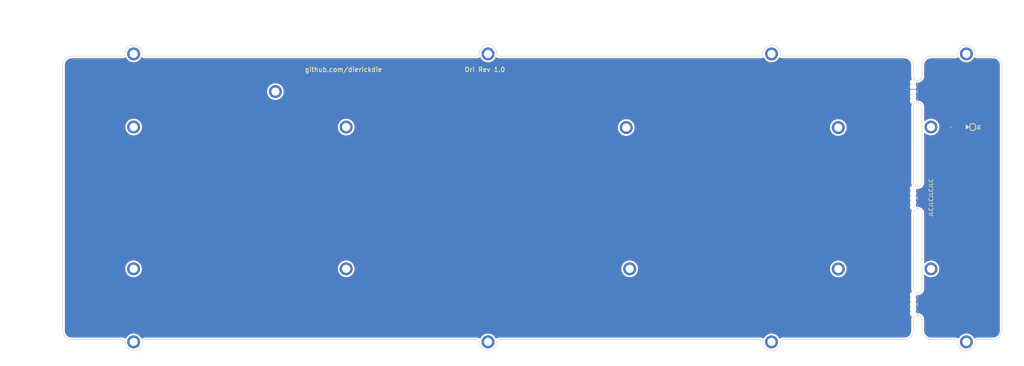
<source format=kicad_pcb>
(kicad_pcb (version 20171130) (host pcbnew "(5.1.10-1-10_14)")
  (layers (0 F.Cu signal) (31 B.Cu signal) (34 B.Paste user) (35 F.Paste user) (36 B.SilkS user) (37 F.SilkS user) (38 B.Mask user) (39 F.Mask user) (44 Edge.Cuts user))
  (net 0 "")
  (net 1 GND)
  (net 2 "Net-(D1-Pad1)")
  (module random-keyboard-parts:Generic-Mounthole (layer F.Cu) (at 389.361002 117.264265)
    (fp_text reference H22)
    (fp_text value MountingHole)
    (pad 1 thru_hole circle (at 0 0) (size 3.5 3.5) (drill 2.2) (layers *.Cu *.Mask))
  )
  (module random-keyboard-parts:Generic-Mounthole (layer F.Cu) (at 389.361002 39.873575)
    (fp_text reference H21)
    (fp_text value MountingHole)
    (pad 1 thru_hole circle (at 0 0) (size 3.5 3.5) (drill 2.2) (layers *.Cu *.Mask))
  )
  (module random-keyboard-parts:Generic-Mounthole (layer F.Cu) (at 336.973458 117.264265)
    (fp_text reference H6)
    (fp_text value MountingHole)
    (pad 1 thru_hole circle (at 0 0) (size 3.5 3.5) (drill 2.2) (layers *.Cu *.Mask))
  )
  (module random-keyboard-parts:Generic-Mounthole (layer F.Cu) (at 336.973458 39.873575)
    (fp_text reference H5)
    (fp_text value MountingHole)
    (pad 1 thru_hole circle (at 0 0) (size 3.5 3.5) (drill 2.2) (layers *.Cu *.Mask))
  )
  (module random-keyboard-parts:Generic-Mounthole (layer F.Cu) (at 260.773394 117.264265)
    (fp_text reference H4)
    (fp_text value MountingHole)
    (pad 1 thru_hole circle (at 0 0) (size 3.5 3.5) (drill 2.2) (layers *.Cu *.Mask))
  )
  (module random-keyboard-parts:Generic-Mounthole (layer F.Cu) (at 260.773394 39.873575)
    (fp_text reference H3)
    (fp_text value MountingHole)
    (pad 1 thru_hole circle (at 0 0) (size 3.5 3.5) (drill 2.2) (layers *.Cu *.Mask))
  )
  (module random-keyboard-parts:Generic-Mounthole (layer F.Cu) (at 165.523314 117.264265)
    (fp_text reference H2)
    (fp_text value MountingHole)
    (pad 1 thru_hole circle (at 0 0) (size 3.5 3.5) (drill 2.2) (layers *.Cu *.Mask))
  )
  (module random-keyboard-parts:Generic-Mounthole (layer F.Cu) (at 165.523314 39.873575)
    (fp_text reference H1)
    (fp_text value MountingHole)
    (pad 1 thru_hole circle (at 0 0) (size 3.5 3.5) (drill 2.2) (layers *.Cu *.Mask))
  )
  (module Keeb_footprints:D_SOD-123_modified (layer F.Cu) (at 389.36137 59.51884 180)
    (fp_text reference D1 (at -3.302 0 90) (layer F.SilkS) (effects (font (size 0.8 0.7))))
    (fp_text value DIODE)
    (fp_poly (pts (xy -0.6858 0) (xy 0.1142 -0.6) (xy 0.1142 0.6)) (layer F.SilkS) (width 0.1))
    (fp_line (start -1.400038 0.9) (end -1.9 0.9) (layer F.SilkS) (width 0.2))
    (fp_line (start -2.4 -0.4) (end -2.4 0.4) (layer F.SilkS) (width 0.2))
    (fp_line (start -1.899962 -0.9) (end -1.4 -0.9) (layer F.SilkS) (width 0.2))
    (fp_line (start -0.9 -0.4) (end -0.9 0.4) (layer F.SilkS) (width 0.2))
    (fp_arc (start -1.4 0.4) (end -1.4 0.9) (angle -90) (layer F.SilkS) (width 0.2))
    (fp_arc (start -1.9 0.4) (end -2.4 0.4) (angle -90) (layer F.SilkS) (width 0.2))
    (fp_arc (start -1.9 -0.4) (end -1.9 -0.9) (angle -90) (layer F.SilkS) (width 0.2))
    (fp_arc (start -1.4 -0.4) (end -0.9 -0.4) (angle -90) (layer F.SilkS) (width 0.2))
    (pad 2 smd roundrect (at 1.65 0 180) (size 1 1.2) (layers F.Cu F.Paste F.Mask) (net 1 GND))
    (pad 1 smd roundrect (at -1.65 0 180) (size 1 1.2) (layers F.Cu F.Paste F.Mask) (net 2 "Net-(D1-Pad1)"))
  )
  (module Keeb_footprints:MX100_outline (layer F.Cu) (at 389.36137 69.04388)
    (fp_text reference U53)
    (fp_text value HOLE)
  )
  (module Keeb_footprints:MX100_outline (layer F.Cu) (at 389.33601 107.1567)
    (fp_text reference U61)
    (fp_text value HOLE)
  )
  (module Keeb_footprints:MX100_outline (layer F.Cu) (at 389.33601 50.00646)
    (fp_text reference U49)
    (fp_text value HOLE)
  )
  (module random-keyboard-parts:Generic-Mounthole (layer F.Cu) (at 379.83633 97.659743)
    (fp_text reference H7)
    (fp_text value MountingHole)
    (pad 1 thru_hole circle (at 0 0) (size 3.5 3.5) (drill 2.2) (layers *.Cu *.Mask))
  )
  (module random-keyboard-parts:Generic-Mounthole (layer F.Cu) (at 379.83633 59.51884)
    (fp_text reference H16)
    (fp_text value MountingHole)
    (pad 1 thru_hole circle (at 0 0) (size 3.5 3.5) (drill 2.2) (layers *.Cu *.Mask))
  )
  (module Keeb_footprints:MX100_outline (layer F.Cu) (at 389.361002 88.10662)
    (fp_text reference U57)
    (fp_text value HOLE)
  )
  (module acheron_Hardware:MouseBite_IPC7351 (layer F.Cu) (at 375.04845 49.9938 90)
    (fp_text reference H18)
    (fp_text value MountingHole)
    (pad "" np_thru_hole circle (at -2.5 0 90) (size 0.8 0.8) (drill 0.8) (layers *.Cu *.Mask))
    (pad "" np_thru_hole circle (at -1.25 0 90) (size 0.8 0.8) (drill 0.8) (layers *.Cu *.Mask))
    (pad "" np_thru_hole circle (at 2.5 0 90) (size 0.8 0.8) (drill 0.8) (layers *.Cu *.Mask))
    (pad "" np_thru_hole circle (at 1.25 0 90) (size 0.8 0.8) (drill 0.8) (layers *.Cu *.Mask))
    (pad "" np_thru_hole circle (at 0 0 90) (size 0.8 0.8) (drill 0.8) (layers *.Cu *.Mask))
  )
  (module acheron_Hardware:MouseBite_IPC7351 (layer F.Cu) (at 375.04845 107.1567 90)
    (fp_text reference H19)
    (fp_text value MountingHole)
    (pad "" np_thru_hole circle (at -2.5 0 90) (size 0.8 0.8) (drill 0.8) (layers *.Cu *.Mask))
    (pad "" np_thru_hole circle (at -1.25 0 90) (size 0.8 0.8) (drill 0.8) (layers *.Cu *.Mask))
    (pad "" np_thru_hole circle (at 2.5 0 90) (size 0.8 0.8) (drill 0.8) (layers *.Cu *.Mask))
    (pad "" np_thru_hole circle (at 1.25 0 90) (size 0.8 0.8) (drill 0.8) (layers *.Cu *.Mask))
    (pad "" np_thru_hole circle (at 0 0 90) (size 0.8 0.8) (drill 0.8) (layers *.Cu *.Mask))
  )
  (module acheron_Hardware:MouseBite_IPC7351 (layer F.Cu) (at 375.04845 78.58158 90)
    (fp_text reference H20)
    (fp_text value MountingHole)
    (pad "" np_thru_hole circle (at -2.5 0 90) (size 0.8 0.8) (drill 0.8) (layers *.Cu *.Mask))
    (pad "" np_thru_hole circle (at -1.25 0 90) (size 0.8 0.8) (drill 0.8) (layers *.Cu *.Mask))
    (pad "" np_thru_hole circle (at 2.5 0 90) (size 0.8 0.8) (drill 0.8) (layers *.Cu *.Mask))
    (pad "" np_thru_hole circle (at 1.25 0 90) (size 0.8 0.8) (drill 0.8) (layers *.Cu *.Mask))
    (pad "" np_thru_hole circle (at 0 0 90) (size 0.8 0.8) (drill 0.8) (layers *.Cu *.Mask))
  )
  (module random-keyboard-parts:Generic-Mounthole (layer F.Cu) (at 203.62309 49.9938)
    (fp_text reference H17)
    (fp_text value MountingHole)
    (pad 1 thru_hole circle (at 0 0) (size 3.5 3.5) (drill 2.2) (layers *.Cu *.Mask))
  )
  (module random-keyboard-parts:Generic-Mounthole (layer F.Cu) (at 354.92 97.66)
    (fp_text reference H15)
    (fp_text value MountingHole)
    (pad 1 thru_hole circle (at 0 0) (size 3.5 3.5) (drill 2.2) (layers *.Cu *.Mask))
  )
  (module random-keyboard-parts:Generic-Mounthole (layer F.Cu) (at 354.92 59.66)
    (fp_text reference H14)
    (fp_text value MountingHole)
    (pad 1 thru_hole circle (at 0 0) (size 3.5 3.5) (drill 2.2) (layers *.Cu *.Mask))
  )
  (module random-keyboard-parts:Generic-Mounthole (layer F.Cu) (at 298.84813 97.63166)
    (fp_text reference H13)
    (fp_text value MountingHole)
    (pad 1 thru_hole circle (at 0 0) (size 3.5 3.5) (drill 2.2) (layers *.Cu *.Mask))
  )
  (module random-keyboard-parts:Generic-Mounthole (layer F.Cu) (at 297.92 59.66)
    (fp_text reference H12)
    (fp_text value MountingHole)
    (pad 1 thru_hole circle (at 0 0) (size 3.5 3.5) (drill 2.2) (layers *.Cu *.Mask))
  )
  (module random-keyboard-parts:Generic-Mounthole (layer F.Cu) (at 222.64781 97.63166)
    (fp_text reference H11)
    (fp_text value MountingHole)
    (pad 1 thru_hole circle (at 0 0) (size 3.5 3.5) (drill 2.2) (layers *.Cu *.Mask))
  )
  (module random-keyboard-parts:Generic-Mounthole (layer F.Cu) (at 222.64781 59.5315)
    (fp_text reference H10)
    (fp_text value MountingHole)
    (pad 1 thru_hole circle (at 0 0) (size 3.5 3.5) (drill 2.2) (layers *.Cu *.Mask))
  )
  (module random-keyboard-parts:Generic-Mounthole (layer F.Cu) (at 165.523314 59.518904)
    (fp_text reference H9)
    (fp_text value MountingHole)
    (pad 1 thru_hole circle (at 0 0) (size 3.5 3.5) (drill 2.2) (layers *.Cu *.Mask))
  )
  (module random-keyboard-parts:Generic-Mounthole (layer F.Cu) (at 165.49757 97.63166)
    (fp_text reference H8)
    (fp_text value MountingHole)
    (pad 1 thru_hole circle (at 0 0) (size 3.5 3.5) (drill 2.2) (layers *.Cu *.Mask))
  )
  (module Keeb_footprints:MX100_outline (layer F.Cu) (at 365.52341 107.1567)
    (fp_text reference U48)
    (fp_text value HOLE)
  )
  (module Keeb_footprints:MX100_outline (layer F.Cu) (at 346.47333 107.16)
    (fp_text reference U47)
    (fp_text value HOLE)
  )
  (module Keeb_footprints:MX100_outline (layer F.Cu) (at 327.42325 107.1567)
    (fp_text reference U46)
    (fp_text value HOLE)
  )
  (module Keeb_footprints:MX100_outline (layer F.Cu) (at 308.37317 107.1567)
    (fp_text reference U45)
    (fp_text value HOLE)
  )
  (module Keeb_footprints:MX100_outline (layer F.Cu) (at 289.32309 107.1567)
    (fp_text reference U44)
    (fp_text value HOLE)
  )
  (module Keeb_footprints:MX100_outline (layer F.Cu) (at 270.27301 107.1567)
    (fp_text reference U43)
    (fp_text value HOLE)
  )
  (module Keeb_footprints:MX100_outline (layer F.Cu) (at 251.22293 107.1567)
    (fp_text reference U42)
    (fp_text value HOLE)
  )
  (module Keeb_footprints:MX100_outline (layer F.Cu) (at 251.22293 88.10662)
    (fp_text reference U30)
    (fp_text value HOLE)
  )
  (module Keeb_footprints:MX100_outline (layer F.Cu) (at 232.17285 88.10662)
    (fp_text reference U29)
    (fp_text value HOLE)
  )
  (module Keeb_footprints:MX100_outline (layer F.Cu) (at 213.12277 88.10662)
    (fp_text reference U28)
    (fp_text value HOLE)
  )
  (module Keeb_footprints:MX100_outline (layer F.Cu) (at 194.07269 88.10662)
    (fp_text reference U27)
    (fp_text value HOLE)
  )
  (module Keeb_footprints:MX100_outline (layer F.Cu) (at 175.02261 88.10662)
    (fp_text reference U26)
    (fp_text value HOLE)
  )
  (module Keeb_footprints:MX100_outline (layer F.Cu) (at 155.97253 88.10662)
    (fp_text reference U25)
    (fp_text value HOLE)
  )
  (module Keeb_footprints:MX100_outline (layer F.Cu) (at 365.52341 69.05654)
    (fp_text reference U24)
    (fp_text value HOLE)
  )
  (module Keeb_footprints:MX100_outline (layer F.Cu) (at 232.17285 107.1567)
    (fp_text reference U41)
    (fp_text value HOLE)
  )
  (module Keeb_footprints:MX100_outline (layer F.Cu) (at 213.12277 107.1567)
    (fp_text reference U40)
    (fp_text value HOLE)
  )
  (module Keeb_footprints:MX100_outline (layer F.Cu) (at 194.07269 107.1567)
    (fp_text reference U39)
    (fp_text value HOLE)
  )
  (module Keeb_footprints:MX100_outline (layer F.Cu) (at 175.02261 107.1567)
    (fp_text reference U38)
    (fp_text value HOLE)
  )
  (module Keeb_footprints:MX100_outline (layer F.Cu) (at 155.97253 107.1567)
    (fp_text reference U37)
    (fp_text value HOLE)
  )
  (module Keeb_footprints:MX100_outline (layer F.Cu) (at 365.52341 88.10662)
    (fp_text reference U36)
    (fp_text value HOLE)
  )
  (module Keeb_footprints:MX100_outline (layer F.Cu) (at 346.47333 88.10662)
    (fp_text reference U35)
    (fp_text value HOLE)
  )
  (module Keeb_footprints:MX100_outline (layer F.Cu) (at 327.42325 88.10662)
    (fp_text reference U34)
    (fp_text value HOLE)
  )
  (module Keeb_footprints:MX100_outline (layer F.Cu) (at 308.37317 88.10662)
    (fp_text reference U33)
    (fp_text value HOLE)
  )
  (module Keeb_footprints:MX100_outline (layer F.Cu) (at 289.32309 88.10662)
    (fp_text reference U32)
    (fp_text value HOLE)
  )
  (module Keeb_footprints:MX100_outline (layer F.Cu) (at 270.27301 88.10662)
    (fp_text reference U31)
    (fp_text value HOLE)
  )
  (module Keeb_footprints:MX100_outline (layer F.Cu) (at 346.47333 69.05654)
    (fp_text reference U23)
    (fp_text value HOLE)
  )
  (module Keeb_footprints:MX100_outline (layer F.Cu) (at 327.42325 69.05654)
    (fp_text reference U22)
    (fp_text value HOLE)
  )
  (module Keeb_footprints:MX100_outline (layer F.Cu) (at 308.37317 69.05654)
    (fp_text reference U21)
    (fp_text value HOLE)
  )
  (module Keeb_footprints:MX100_outline (layer F.Cu) (at 289.32309 69.05654)
    (fp_text reference U20)
    (fp_text value HOLE)
  )
  (module Keeb_footprints:MX100_outline (layer F.Cu) (at 270.27301 69.05654)
    (fp_text reference U19)
    (fp_text value HOLE)
  )
  (module Keeb_footprints:MX100_outline (layer F.Cu) (at 251.22293 69.05654)
    (fp_text reference U18)
    (fp_text value HOLE)
  )
  (module Keeb_footprints:MX100_outline (layer F.Cu) (at 232.17285 69.05654)
    (fp_text reference U17)
    (fp_text value HOLE)
  )
  (module Keeb_footprints:MX100_outline (layer F.Cu) (at 213.12277 69.05654)
    (fp_text reference U16)
    (fp_text value HOLE)
  )
  (module Keeb_footprints:MX100_outline (layer F.Cu) (at 194.07269 69.05654)
    (fp_text reference U15)
    (fp_text value HOLE)
  )
  (module Keeb_footprints:MX100_outline (layer F.Cu) (at 175.02261 69.05654)
    (fp_text reference U14)
    (fp_text value HOLE)
  )
  (module Keeb_footprints:MX100_outline (layer F.Cu) (at 155.97253 69.05654)
    (fp_text reference U13)
    (fp_text value HOLE)
  )
  (module Keeb_footprints:MX100_outline (layer F.Cu) (at 365.52341 50.00646)
    (fp_text reference U12)
    (fp_text value HOLE)
  )
  (module Keeb_footprints:MX100_outline (layer F.Cu) (at 346.47333 50.00646)
    (fp_text reference U11)
    (fp_text value HOLE)
  )
  (module Keeb_footprints:MX100_outline (layer F.Cu) (at 327.42325 50.00646)
    (fp_text reference U10)
    (fp_text value HOLE)
  )
  (module Keeb_footprints:MX100_outline (layer F.Cu) (at 308.37317 50.00646)
    (fp_text reference U9)
    (fp_text value HOLE)
  )
  (module Keeb_footprints:MX100_outline (layer F.Cu) (at 289.32309 50.00646)
    (fp_text reference U8)
    (fp_text value HOLE)
  )
  (module Keeb_footprints:MX100_outline (layer F.Cu) (at 270.27301 50.00646)
    (fp_text reference U7)
    (fp_text value HOLE)
  )
  (module Keeb_footprints:MX100_outline (layer F.Cu) (at 251.22293 50.00646)
    (fp_text reference U6)
    (fp_text value HOLE)
  )
  (module Keeb_footprints:MX100_outline (layer F.Cu) (at 232.17285 50.00646)
    (fp_text reference U5)
    (fp_text value HOLE)
  )
  (module Keeb_footprints:MX100_outline (layer F.Cu) (at 213.12277 50.00646)
    (fp_text reference U4)
    (fp_text value HOLE)
  )
  (module Keeb_footprints:MX100_outline (layer F.Cu) (at 194.07269 50.00646)
    (fp_text reference U3)
    (fp_text value HOLE)
  )
  (module Keeb_footprints:MX100_outline (layer F.Cu) (at 175.02261 50.00646)
    (fp_text reference U2)
    (fp_text value HOLE)
  )
  (module Keeb_footprints:MX100_outline (layer F.Cu) (at 155.97253 50.00646)
    (fp_text reference U1)
    (fp_text value HOLE)
  )
  (gr_line (start 392.337567 116.668952) (end 396.50515 116.66908) (layer Edge.Cuts) (width 0.15))
  (gr_line (start 379.83633 116.66908) (end 386.384437 116.668952) (layer Edge.Cuts) (width 0.15))
  (gr_arc (start 389.361002 117.264265) (end 386.97975 117.264265) (angle -180) (layer Edge.Cuts) (width 0.15))
  (gr_arc (start 392.337567 117.264265) (end 392.337567 116.668952) (angle -90) (layer Edge.Cuts) (width 0.15))
  (gr_arc (start 386.384437 117.264265) (end 386.97975 117.264265) (angle -90) (layer Edge.Cuts) (width 0.15))
  (gr_line (start 392.337567 40.468888) (end 396.50515 40.46876) (layer Edge.Cuts) (width 0.15))
  (gr_line (start 379.83633 40.46876) (end 386.384437 40.468888) (layer Edge.Cuts) (width 0.15))
  (gr_line (start 339.950023 40.468888) (end 372.69255 40.46876) (layer Edge.Cuts) (width 0.15))
  (gr_line (start 263.749959 40.468888) (end 333.996893 40.468888) (layer Edge.Cuts) (width 0.15))
  (gr_line (start 168.499879 40.468888) (end 257.796829 40.468888) (layer Edge.Cuts) (width 0.15))
  (gr_line (start 148.85411 40.46876) (end 162.546749 40.468888) (layer Edge.Cuts) (width 0.15))
  (gr_line (start 162.546749 116.668952) (end 148.85411 116.66908) (layer Edge.Cuts) (width 0.15))
  (gr_line (start 257.796829 116.668952) (end 168.499879 116.668952) (layer Edge.Cuts) (width 0.15))
  (gr_line (start 333.996893 116.668952) (end 263.749959 116.668952) (layer Edge.Cuts) (width 0.15))
  (gr_line (start 339.950023 116.668952) (end 372.69255 116.66908) (layer Edge.Cuts) (width 0.15))
  (gr_arc (start 336.973458 117.264265) (end 334.592206 117.264265) (angle -180) (layer Edge.Cuts) (width 0.15))
  (gr_arc (start 339.950023 117.264265) (end 339.950023 116.668952) (angle -90) (layer Edge.Cuts) (width 0.15))
  (gr_arc (start 333.996893 117.264265) (end 334.592206 117.264265) (angle -90) (layer Edge.Cuts) (width 0.15))
  (gr_arc (start 260.773394 117.264265) (end 258.392142 117.264265) (angle -180) (layer Edge.Cuts) (width 0.15))
  (gr_arc (start 263.749959 117.264265) (end 263.749959 116.668952) (angle -90) (layer Edge.Cuts) (width 0.15))
  (gr_arc (start 257.796829 117.264265) (end 258.392142 117.264265) (angle -90) (layer Edge.Cuts) (width 0.15))
  (gr_arc (start 165.523314 117.264265) (end 163.142062 117.264265) (angle -180) (layer Edge.Cuts) (width 0.15))
  (gr_arc (start 168.499879 117.264265) (end 168.499879 116.668952) (angle -90) (layer Edge.Cuts) (width 0.15))
  (gr_arc (start 162.546749 117.264265) (end 163.142062 117.264265) (angle -90) (layer Edge.Cuts) (width 0.15))
  (gr_arc (start 165.523314 39.873575) (end 167.904566 39.873575) (angle -180) (layer Edge.Cuts) (width 0.15))
  (gr_arc (start 162.546749 39.873575) (end 162.546749 40.468888) (angle -90) (layer Edge.Cuts) (width 0.15))
  (gr_arc (start 168.499879 39.873575) (end 167.904566 39.873575) (angle -90) (layer Edge.Cuts) (width 0.15))
  (gr_arc (start 260.773394 39.873575) (end 263.154646 39.873575) (angle -180) (layer Edge.Cuts) (width 0.15))
  (gr_arc (start 257.796829 39.873575) (end 257.796829 40.468888) (angle -90) (layer Edge.Cuts) (width 0.15))
  (gr_arc (start 263.749959 39.873575) (end 263.154646 39.873575) (angle -90) (layer Edge.Cuts) (width 0.15))
  (gr_arc (start 336.973458 39.873575) (end 339.35471 39.873575) (angle -180) (layer Edge.Cuts) (width 0.15))
  (gr_arc (start 333.996893 39.873575) (end 333.996893 40.468888) (angle -90) (layer Edge.Cuts) (width 0.15))
  (gr_arc (start 339.950023 39.873575) (end 339.35471 39.873575) (angle -90) (layer Edge.Cuts) (width 0.15))
  (gr_arc (start 386.384437 39.873575) (end 386.384437 40.468888) (angle -90) (layer Edge.Cuts) (width 0.15))
  (gr_arc (start 392.337567 39.873575) (end 391.742254 39.873575) (angle -90) (layer Edge.Cuts) (width 0.15))
  (gr_arc (start 389.361002 39.873575) (end 391.742254 39.873575) (angle -180) (layer Edge.Cuts) (width 0.15))
  (gr_line (start 376.26444 50.589115) (end 376.26444 49.398485) (layer B.SilkS) (width 0.15))
  (gr_line (start 376.26444 110.120615) (end 376.26444 108.929985) (layer B.SilkS) (width 0.15))
  (gr_line (start 376.26444 105.358095) (end 376.26444 104.167465) (layer B.SilkS) (width 0.15))
  (gr_line (start 376.26444 107.739355) (end 376.26444 106.548725) (layer B.SilkS) (width 0.15))
  (gr_line (start 376.26444 52.970375) (end 376.26444 51.779745) (layer B.SilkS) (width 0.15))
  (gr_line (start 376.26444 48.207855) (end 376.26444 47.017225) (layer B.SilkS) (width 0.15))
  (gr_line (start 376.26444 76.782975) (end 376.26444 75.592345) (layer B.SilkS) (width 0.15))
  (gr_line (start 376.26444 79.164235) (end 376.26444 77.973605) (layer B.SilkS) (width 0.15))
  (gr_line (start 376.26444 81.545495) (end 376.26444 80.354865) (layer B.SilkS) (width 0.15))
  (gr_line (start 146.47285 42.85002) (end 146.47285 114.28782) (layer Edge.Cuts) (width 0.15))
  (gr_line (start 377.45507 111.311245) (end 377.45507 114.28782) (layer Edge.Cuts) (width 0.15))
  (gr_line (start 375.07381 111.311245) (end 375.07381 114.28782) (layer Edge.Cuts) (width 0.15))
  (gr_line (start 375.07381 82.736125) (end 375.07381 102.976835) (layer Edge.Cuts) (width 0.15))
  (gr_line (start 377.45507 82.736125) (end 377.45507 102.976835) (layer Edge.Cuts) (width 0.15))
  (gr_line (start 377.45507 74.401715) (end 377.45507 54.161005) (layer Edge.Cuts) (width 0.15))
  (gr_line (start 375.07381 54.161005) (end 375.07381 74.401715) (layer Edge.Cuts) (width 0.15))
  (gr_line (start 377.45507 42.85002) (end 377.45507 45.826595) (layer Edge.Cuts) (width 0.15))
  (gr_line (start 398.88641 114.28782) (end 398.88641 42.85002) (layer Edge.Cuts) (width 0.15))
  (gr_line (start 375.07381 42.85002) (end 375.07381 45.826595) (layer Edge.Cuts) (width 0.15))
  (gr_arc (start 379.83633 42.85002) (end 379.83633 40.46876) (angle -90) (layer Edge.Cuts) (width 0.15))
  (gr_arc (start 379.83633 114.28782) (end 377.45507 114.28782) (angle -90) (layer Edge.Cuts) (width 0.15))
  (gr_arc (start 376.26444 111.311245) (end 377.45507 111.311245) (angle -180) (layer Edge.Cuts) (width 0.15))
  (gr_arc (start 376.26444 102.976835) (end 375.07381 102.976835) (angle -180) (layer Edge.Cuts) (width 0.15))
  (gr_arc (start 376.26444 82.736125) (end 377.45507 82.736125) (angle -180) (layer Edge.Cuts) (width 0.15))
  (gr_arc (start 376.26444 74.401715) (end 375.07381 74.401715) (angle -180) (layer Edge.Cuts) (width 0.15))
  (gr_arc (start 376.26444 54.161005) (end 377.45507 54.161005) (angle -180) (layer Edge.Cuts) (width 0.15))
  (gr_arc (start 376.26444 45.826595) (end 375.07381 45.826595) (angle -180) (layer Edge.Cuts) (width 0.15))
  (gr_arc (start 396.50515 42.85002) (end 398.88641 42.85002) (angle -90) (layer Edge.Cuts) (width 0.15))
  (gr_arc (start 396.50515 114.28782) (end 396.50515 116.66908) (angle -90) (layer Edge.Cuts) (width 0.15))
  (gr_arc (start 372.69255 42.85002) (end 375.07381 42.85002) (angle -90) (layer Edge.Cuts) (width 0.15))
  (gr_arc (start 372.69255 114.28782) (end 372.69255 116.66908) (angle -90) (layer Edge.Cuts) (width 0.15))
  (gr_arc (start 148.85411 114.28782) (end 146.47285 114.28782) (angle -90) (layer Edge.Cuts) (width 0.15))
  (gr_arc (start 148.85411 42.85002) (end 148.85411 40.46876) (angle -90) (layer Edge.Cuts) (width 0.15))
  (gr_text JLCJLCJLCJLC (at 379.835994 78.56892 90) (layer F.SilkS) (effects (font (size 1 1))))
  (gr_text github.com/dierickdie (at 221.919416 44.079884) (layer F.SilkS) (effects (font (size 1.25 1.25) (thickness 0.2))))
  (gr_text "Ori Rev 1.0" (at 259.919316 44.079884) (layer F.SilkS) (effects (font (size 1.25 1.25) (thickness 0.2))))
  (via (at 373.287865 49.398485) (size 0.5) (drill 0.25) (layers F.Cu B.Cu) (net 1))
  (via (at 385.194165 59.51884) (size 0.5) (drill 0.25) (layers F.Cu B.Cu) (net 1))
  (segment (start 387.71137 59.51884) (end 385.194165 59.51884) (width 0.25) (layer F.Cu) (net 1))
  (segment (start 376.859755 49.398485) (end 373.287865 49.398485) (width 0.13) (layer F.Cu) (net 1))
  (zone (net 1) (net_name GND) (layer B.Cu) (connect_pads (clearance 0.508)) (min_thickness 0.254) (fill yes (arc_segments 32) (thermal_gap 0.508) (thermal_bridge_width 0.508))
    (polygon (pts (xy 404.83956 34.51561) (xy 404.83956 123.81286) (xy 142.90096 123.81286) (xy 142.90096 34.51561)))
  )
  (zone (net 1) (net_name GND) (layer F.Cu) (connect_pads (clearance 0.508)) (min_thickness 0.254) (fill yes (arc_segments 32) (thermal_gap 0.508) (thermal_bridge_width 0.508))
    (polygon (pts (xy 404.83956 34.51561) (xy 404.83956 123.81286) (xy 142.90096 123.81286) (xy 142.90096 34.51561)))
  )
)
</source>
